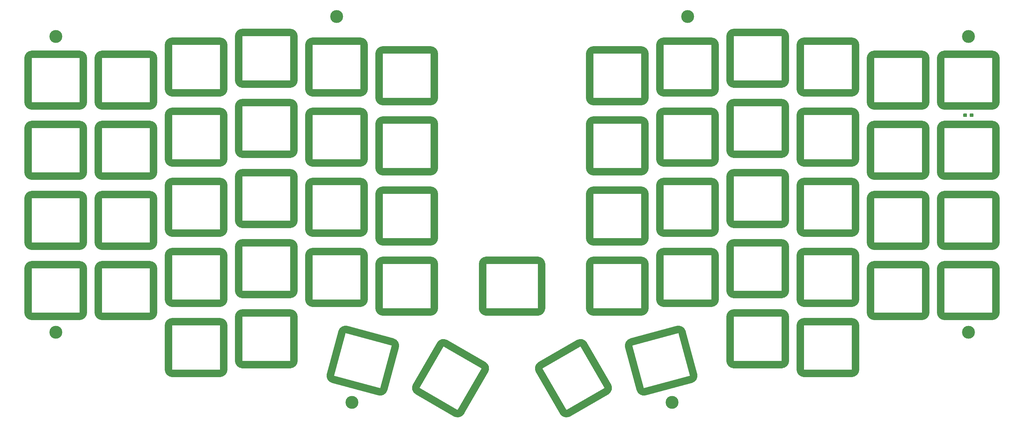
<source format=gbr>
G04 #@! TF.GenerationSoftware,KiCad,Pcbnew,(5.1.4-0)*
G04 #@! TF.CreationDate,2021-11-04T11:37:07-05:00*
G04 #@! TF.ProjectId,top_plate,746f705f-706c-4617-9465-2e6b69636164,rev?*
G04 #@! TF.SameCoordinates,Original*
G04 #@! TF.FileFunction,Soldermask,Bot*
G04 #@! TF.FilePolarity,Negative*
%FSLAX46Y46*%
G04 Gerber Fmt 4.6, Leading zero omitted, Abs format (unit mm)*
G04 Created by KiCad (PCBNEW (5.1.4-0)) date 2021-11-04 11:37:07*
%MOMM*%
%LPD*%
G04 APERTURE LIST*
%ADD10C,2.000000*%
%ADD11C,0.120000*%
%ADD12C,0.100000*%
%ADD13C,0.950000*%
%ADD14C,3.500000*%
G04 APERTURE END LIST*
D10*
X211501222Y-180579885D02*
X205001222Y-169321555D01*
X217125578Y-162321555D02*
X223625578Y-173579885D01*
X215759552Y-161955529D02*
G75*
G02X217125578Y-162321555I500000J-866026D01*
G01*
X215759552Y-161955529D02*
X205367248Y-167955529D01*
X205001222Y-169321555D02*
G75*
G02X205367248Y-167955529I866026J500000D01*
G01*
X223259552Y-174945911D02*
X212867248Y-180945911D01*
X212867248Y-180945911D02*
G75*
G02X211501222Y-180579885I-500000J866026D01*
G01*
X223625578Y-173579885D02*
G75*
G02X223259552Y-174945911I-866026J-500000D01*
G01*
X171663582Y-173579885D02*
X178163582Y-162321555D01*
X190287938Y-169321555D02*
X183787938Y-180579885D01*
X189921912Y-167955529D02*
G75*
G02X190287938Y-169321555I-500000J-866026D01*
G01*
X189921912Y-167955529D02*
X179529608Y-161955529D01*
X178163582Y-162321555D02*
G75*
G02X179529608Y-161955529I866026J-500000D01*
G01*
X182421912Y-180945911D02*
X172029608Y-174945911D01*
X172029608Y-174945911D02*
G75*
G02X171663582Y-173579885I500000J866026D01*
G01*
X183787938Y-180579885D02*
G75*
G02X182421912Y-180945911I-866026J500000D01*
G01*
X328970100Y-96487880D02*
G75*
G02X327970100Y-97487880I-1000000J0D01*
G01*
X327970100Y-97487880D02*
X314970100Y-97487880D01*
X328970100Y-84487880D02*
X328970100Y-96487880D01*
X327970100Y-83487880D02*
G75*
G02X328970100Y-84487880I0J-1000000D01*
G01*
X314970100Y-97487880D02*
G75*
G02X313970100Y-96487880I0J1000000D01*
G01*
X313970100Y-84487880D02*
G75*
G02X314970100Y-83487880I1000000J0D01*
G01*
X314970100Y-83487880D02*
X327970100Y-83487880D01*
X313970100Y-84487880D02*
X313970100Y-96487880D01*
D11*
X328770100Y-93387880D02*
X329170100Y-93387880D01*
X329270100Y-87587880D02*
X328770100Y-87587880D01*
D10*
X309920020Y-96487880D02*
G75*
G02X308920020Y-97487880I-1000000J0D01*
G01*
X308920020Y-97487880D02*
X295920020Y-97487880D01*
X309920020Y-84487880D02*
X309920020Y-96487880D01*
X308920020Y-83487880D02*
G75*
G02X309920020Y-84487880I0J-1000000D01*
G01*
X295920020Y-97487880D02*
G75*
G02X294920020Y-96487880I0J1000000D01*
G01*
X294920020Y-84487880D02*
G75*
G02X295920020Y-83487880I1000000J0D01*
G01*
X295920020Y-83487880D02*
X308920020Y-83487880D01*
X294920020Y-84487880D02*
X294920020Y-96487880D01*
D11*
X309720020Y-93387880D02*
X310120020Y-93387880D01*
X310220020Y-87587880D02*
X309720020Y-87587880D01*
D10*
X290869940Y-92915990D02*
G75*
G02X289869940Y-93915990I-1000000J0D01*
G01*
X289869940Y-93915990D02*
X276869940Y-93915990D01*
X290869940Y-80915990D02*
X290869940Y-92915990D01*
X289869940Y-79915990D02*
G75*
G02X290869940Y-80915990I0J-1000000D01*
G01*
X276869940Y-93915990D02*
G75*
G02X275869940Y-92915990I0J1000000D01*
G01*
X275869940Y-80915990D02*
G75*
G02X276869940Y-79915990I1000000J0D01*
G01*
X276869940Y-79915990D02*
X289869940Y-79915990D01*
X275869940Y-80915990D02*
X275869940Y-92915990D01*
D11*
X290669940Y-89815990D02*
X291069940Y-89815990D01*
X291169940Y-84015990D02*
X290669940Y-84015990D01*
D10*
X271819860Y-90534730D02*
G75*
G02X270819860Y-91534730I-1000000J0D01*
G01*
X270819860Y-91534730D02*
X257819860Y-91534730D01*
X271819860Y-78534730D02*
X271819860Y-90534730D01*
X270819860Y-77534730D02*
G75*
G02X271819860Y-78534730I0J-1000000D01*
G01*
X257819860Y-91534730D02*
G75*
G02X256819860Y-90534730I0J1000000D01*
G01*
X256819860Y-78534730D02*
G75*
G02X257819860Y-77534730I1000000J0D01*
G01*
X257819860Y-77534730D02*
X270819860Y-77534730D01*
X256819860Y-78534730D02*
X256819860Y-90534730D01*
D11*
X271619860Y-87434730D02*
X272019860Y-87434730D01*
X272119860Y-81634730D02*
X271619860Y-81634730D01*
D10*
X252769780Y-92915990D02*
G75*
G02X251769780Y-93915990I-1000000J0D01*
G01*
X251769780Y-93915990D02*
X238769780Y-93915990D01*
X252769780Y-80915990D02*
X252769780Y-92915990D01*
X251769780Y-79915990D02*
G75*
G02X252769780Y-80915990I0J-1000000D01*
G01*
X238769780Y-93915990D02*
G75*
G02X237769780Y-92915990I0J1000000D01*
G01*
X237769780Y-80915990D02*
G75*
G02X238769780Y-79915990I1000000J0D01*
G01*
X238769780Y-79915990D02*
X251769780Y-79915990D01*
X237769780Y-80915990D02*
X237769780Y-92915990D01*
D11*
X252569780Y-89815990D02*
X252969780Y-89815990D01*
X253069780Y-84015990D02*
X252569780Y-84015990D01*
D10*
X233719700Y-95297250D02*
G75*
G02X232719700Y-96297250I-1000000J0D01*
G01*
X232719700Y-96297250D02*
X219719700Y-96297250D01*
X233719700Y-83297250D02*
X233719700Y-95297250D01*
X232719700Y-82297250D02*
G75*
G02X233719700Y-83297250I0J-1000000D01*
G01*
X219719700Y-96297250D02*
G75*
G02X218719700Y-95297250I0J1000000D01*
G01*
X218719700Y-83297250D02*
G75*
G02X219719700Y-82297250I1000000J0D01*
G01*
X219719700Y-82297250D02*
X232719700Y-82297250D01*
X218719700Y-83297250D02*
X218719700Y-95297250D01*
D11*
X233519700Y-92197250D02*
X233919700Y-92197250D01*
X234019700Y-86397250D02*
X233519700Y-86397250D01*
D10*
X176569460Y-95297250D02*
G75*
G02X175569460Y-96297250I-1000000J0D01*
G01*
X175569460Y-96297250D02*
X162569460Y-96297250D01*
X176569460Y-83297250D02*
X176569460Y-95297250D01*
X175569460Y-82297250D02*
G75*
G02X176569460Y-83297250I0J-1000000D01*
G01*
X162569460Y-96297250D02*
G75*
G02X161569460Y-95297250I0J1000000D01*
G01*
X161569460Y-83297250D02*
G75*
G02X162569460Y-82297250I1000000J0D01*
G01*
X162569460Y-82297250D02*
X175569460Y-82297250D01*
X161569460Y-83297250D02*
X161569460Y-95297250D01*
D11*
X176369460Y-92197250D02*
X176769460Y-92197250D01*
X176869460Y-86397250D02*
X176369460Y-86397250D01*
D10*
X157519380Y-92915990D02*
G75*
G02X156519380Y-93915990I-1000000J0D01*
G01*
X156519380Y-93915990D02*
X143519380Y-93915990D01*
X157519380Y-80915990D02*
X157519380Y-92915990D01*
X156519380Y-79915990D02*
G75*
G02X157519380Y-80915990I0J-1000000D01*
G01*
X143519380Y-93915990D02*
G75*
G02X142519380Y-92915990I0J1000000D01*
G01*
X142519380Y-80915990D02*
G75*
G02X143519380Y-79915990I1000000J0D01*
G01*
X143519380Y-79915990D02*
X156519380Y-79915990D01*
X142519380Y-80915990D02*
X142519380Y-92915990D01*
D11*
X157319380Y-89815990D02*
X157719380Y-89815990D01*
X157819380Y-84015990D02*
X157319380Y-84015990D01*
D10*
X138469300Y-90534730D02*
G75*
G02X137469300Y-91534730I-1000000J0D01*
G01*
X137469300Y-91534730D02*
X124469300Y-91534730D01*
X138469300Y-78534730D02*
X138469300Y-90534730D01*
X137469300Y-77534730D02*
G75*
G02X138469300Y-78534730I0J-1000000D01*
G01*
X124469300Y-91534730D02*
G75*
G02X123469300Y-90534730I0J1000000D01*
G01*
X123469300Y-78534730D02*
G75*
G02X124469300Y-77534730I1000000J0D01*
G01*
X124469300Y-77534730D02*
X137469300Y-77534730D01*
X123469300Y-78534730D02*
X123469300Y-90534730D01*
D11*
X138269300Y-87434730D02*
X138669300Y-87434730D01*
X138769300Y-81634730D02*
X138269300Y-81634730D01*
D10*
X119419220Y-92915990D02*
G75*
G02X118419220Y-93915990I-1000000J0D01*
G01*
X118419220Y-93915990D02*
X105419220Y-93915990D01*
X119419220Y-80915990D02*
X119419220Y-92915990D01*
X118419220Y-79915990D02*
G75*
G02X119419220Y-80915990I0J-1000000D01*
G01*
X105419220Y-93915990D02*
G75*
G02X104419220Y-92915990I0J1000000D01*
G01*
X104419220Y-80915990D02*
G75*
G02X105419220Y-79915990I1000000J0D01*
G01*
X105419220Y-79915990D02*
X118419220Y-79915990D01*
X104419220Y-80915990D02*
X104419220Y-92915990D01*
D11*
X119219220Y-89815990D02*
X119619220Y-89815990D01*
X119719220Y-84015990D02*
X119219220Y-84015990D01*
D10*
X100369140Y-96487880D02*
G75*
G02X99369140Y-97487880I-1000000J0D01*
G01*
X99369140Y-97487880D02*
X86369140Y-97487880D01*
X100369140Y-84487880D02*
X100369140Y-96487880D01*
X99369140Y-83487880D02*
G75*
G02X100369140Y-84487880I0J-1000000D01*
G01*
X86369140Y-97487880D02*
G75*
G02X85369140Y-96487880I0J1000000D01*
G01*
X85369140Y-84487880D02*
G75*
G02X86369140Y-83487880I1000000J0D01*
G01*
X86369140Y-83487880D02*
X99369140Y-83487880D01*
X85369140Y-84487880D02*
X85369140Y-96487880D01*
D11*
X100169140Y-93387880D02*
X100569140Y-93387880D01*
X100669140Y-87587880D02*
X100169140Y-87587880D01*
D10*
X81319060Y-96487880D02*
G75*
G02X80319060Y-97487880I-1000000J0D01*
G01*
X80319060Y-97487880D02*
X67319060Y-97487880D01*
X81319060Y-84487880D02*
X81319060Y-96487880D01*
X80319060Y-83487880D02*
G75*
G02X81319060Y-84487880I0J-1000000D01*
G01*
X67319060Y-97487880D02*
G75*
G02X66319060Y-96487880I0J1000000D01*
G01*
X66319060Y-84487880D02*
G75*
G02X67319060Y-83487880I1000000J0D01*
G01*
X67319060Y-83487880D02*
X80319060Y-83487880D01*
X66319060Y-84487880D02*
X66319060Y-96487880D01*
D11*
X81119060Y-93387880D02*
X81519060Y-93387880D01*
X81619060Y-87587880D02*
X81119060Y-87587880D01*
D10*
X290869940Y-169116310D02*
G75*
G02X289869940Y-170116310I-1000000J0D01*
G01*
X289869940Y-170116310D02*
X276869940Y-170116310D01*
X290869940Y-157116310D02*
X290869940Y-169116310D01*
X289869940Y-156116310D02*
G75*
G02X290869940Y-157116310I0J-1000000D01*
G01*
X276869940Y-170116310D02*
G75*
G02X275869940Y-169116310I0J1000000D01*
G01*
X275869940Y-157116310D02*
G75*
G02X276869940Y-156116310I1000000J0D01*
G01*
X276869940Y-156116310D02*
X289869940Y-156116310D01*
X275869940Y-157116310D02*
X275869940Y-169116310D01*
D11*
X290669940Y-166016310D02*
X291069940Y-166016310D01*
X291169940Y-160216310D02*
X290669940Y-160216310D01*
D10*
X271819860Y-166735050D02*
G75*
G02X270819860Y-167735050I-1000000J0D01*
G01*
X270819860Y-167735050D02*
X257819860Y-167735050D01*
X271819860Y-154735050D02*
X271819860Y-166735050D01*
X270819860Y-153735050D02*
G75*
G02X271819860Y-154735050I0J-1000000D01*
G01*
X257819860Y-167735050D02*
G75*
G02X256819860Y-166735050I0J1000000D01*
G01*
X256819860Y-154735050D02*
G75*
G02X257819860Y-153735050I1000000J0D01*
G01*
X257819860Y-153735050D02*
X270819860Y-153735050D01*
X256819860Y-154735050D02*
X256819860Y-166735050D01*
D11*
X271619860Y-163635050D02*
X272019860Y-163635050D01*
X272119860Y-157835050D02*
X271619860Y-157835050D01*
D10*
X229328642Y-162833788D02*
G75*
G02X230035749Y-161609043I965926J258819D01*
G01*
X230035749Y-161609043D02*
X242592785Y-158244395D01*
X232434471Y-174424898D02*
X229328642Y-162833788D01*
X233659215Y-175132004D02*
G75*
G02X232434471Y-174424898I-258819J965925D01*
G01*
X242592785Y-158244396D02*
G75*
G02X243817529Y-158951502I258819J-965925D01*
G01*
X246923358Y-170542612D02*
G75*
G02X246216251Y-171767357I-965926J-258819D01*
G01*
X246216251Y-171767357D02*
X233659215Y-175132005D01*
X246923358Y-170542612D02*
X243817529Y-158951502D01*
D11*
X230324166Y-165776394D02*
X229937796Y-165879922D01*
X231342354Y-171508173D02*
X231825317Y-171378764D01*
D10*
X151471630Y-158951502D02*
G75*
G02X152696375Y-158244395I965926J-258819D01*
G01*
X152696375Y-158244395D02*
X165253411Y-161609043D01*
X148365802Y-170542612D02*
X151471631Y-158951502D01*
X149072909Y-171767357D02*
G75*
G02X148365802Y-170542612I258819J965926D01*
G01*
X165253411Y-161609043D02*
G75*
G02X165960518Y-162833788I-258819J-965926D01*
G01*
X162854690Y-174424898D02*
G75*
G02X161629945Y-175132005I-965926J258819D01*
G01*
X161629945Y-175132005D02*
X149072909Y-171767357D01*
X162854689Y-174424898D02*
X165960518Y-162833788D01*
D11*
X150862477Y-161997636D02*
X150476106Y-161894108D01*
X148878363Y-167470596D02*
X149361326Y-167600006D01*
D10*
X138469300Y-166735050D02*
G75*
G02X137469300Y-167735050I-1000000J0D01*
G01*
X137469300Y-167735050D02*
X124469300Y-167735050D01*
X138469300Y-154735050D02*
X138469300Y-166735050D01*
X137469300Y-153735050D02*
G75*
G02X138469300Y-154735050I0J-1000000D01*
G01*
X124469300Y-167735050D02*
G75*
G02X123469300Y-166735050I0J1000000D01*
G01*
X123469300Y-154735050D02*
G75*
G02X124469300Y-153735050I1000000J0D01*
G01*
X124469300Y-153735050D02*
X137469300Y-153735050D01*
X123469300Y-154735050D02*
X123469300Y-166735050D01*
D11*
X138269300Y-163635050D02*
X138669300Y-163635050D01*
X138769300Y-157835050D02*
X138269300Y-157835050D01*
D10*
X119419220Y-169116310D02*
G75*
G02X118419220Y-170116310I-1000000J0D01*
G01*
X118419220Y-170116310D02*
X105419220Y-170116310D01*
X119419220Y-157116310D02*
X119419220Y-169116310D01*
X118419220Y-156116310D02*
G75*
G02X119419220Y-157116310I0J-1000000D01*
G01*
X105419220Y-170116310D02*
G75*
G02X104419220Y-169116310I0J1000000D01*
G01*
X104419220Y-157116310D02*
G75*
G02X105419220Y-156116310I1000000J0D01*
G01*
X105419220Y-156116310D02*
X118419220Y-156116310D01*
X104419220Y-157116310D02*
X104419220Y-169116310D01*
D11*
X119219220Y-166016310D02*
X119619220Y-166016310D01*
X119719220Y-160216310D02*
X119219220Y-160216310D01*
D10*
X328970100Y-153638120D02*
G75*
G02X327970100Y-154638120I-1000000J0D01*
G01*
X327970100Y-154638120D02*
X314970100Y-154638120D01*
X328970100Y-141638120D02*
X328970100Y-153638120D01*
X327970100Y-140638120D02*
G75*
G02X328970100Y-141638120I0J-1000000D01*
G01*
X314970100Y-154638120D02*
G75*
G02X313970100Y-153638120I0J1000000D01*
G01*
X313970100Y-141638120D02*
G75*
G02X314970100Y-140638120I1000000J0D01*
G01*
X314970100Y-140638120D02*
X327970100Y-140638120D01*
X313970100Y-141638120D02*
X313970100Y-153638120D01*
D11*
X328770100Y-150538120D02*
X329170100Y-150538120D01*
X329270100Y-144738120D02*
X328770100Y-144738120D01*
D10*
X309920020Y-153638120D02*
G75*
G02X308920020Y-154638120I-1000000J0D01*
G01*
X308920020Y-154638120D02*
X295920020Y-154638120D01*
X309920020Y-141638120D02*
X309920020Y-153638120D01*
X308920020Y-140638120D02*
G75*
G02X309920020Y-141638120I0J-1000000D01*
G01*
X295920020Y-154638120D02*
G75*
G02X294920020Y-153638120I0J1000000D01*
G01*
X294920020Y-141638120D02*
G75*
G02X295920020Y-140638120I1000000J0D01*
G01*
X295920020Y-140638120D02*
X308920020Y-140638120D01*
X294920020Y-141638120D02*
X294920020Y-153638120D01*
D11*
X309720020Y-150538120D02*
X310120020Y-150538120D01*
X310220020Y-144738120D02*
X309720020Y-144738120D01*
D10*
X290869940Y-150066230D02*
G75*
G02X289869940Y-151066230I-1000000J0D01*
G01*
X289869940Y-151066230D02*
X276869940Y-151066230D01*
X290869940Y-138066230D02*
X290869940Y-150066230D01*
X289869940Y-137066230D02*
G75*
G02X290869940Y-138066230I0J-1000000D01*
G01*
X276869940Y-151066230D02*
G75*
G02X275869940Y-150066230I0J1000000D01*
G01*
X275869940Y-138066230D02*
G75*
G02X276869940Y-137066230I1000000J0D01*
G01*
X276869940Y-137066230D02*
X289869940Y-137066230D01*
X275869940Y-138066230D02*
X275869940Y-150066230D01*
D11*
X290669940Y-146966230D02*
X291069940Y-146966230D01*
X291169940Y-141166230D02*
X290669940Y-141166230D01*
D10*
X271819860Y-147684970D02*
G75*
G02X270819860Y-148684970I-1000000J0D01*
G01*
X270819860Y-148684970D02*
X257819860Y-148684970D01*
X271819860Y-135684970D02*
X271819860Y-147684970D01*
X270819860Y-134684970D02*
G75*
G02X271819860Y-135684970I0J-1000000D01*
G01*
X257819860Y-148684970D02*
G75*
G02X256819860Y-147684970I0J1000000D01*
G01*
X256819860Y-135684970D02*
G75*
G02X257819860Y-134684970I1000000J0D01*
G01*
X257819860Y-134684970D02*
X270819860Y-134684970D01*
X256819860Y-135684970D02*
X256819860Y-147684970D01*
D11*
X271619860Y-144584970D02*
X272019860Y-144584970D01*
X272119860Y-138784970D02*
X271619860Y-138784970D01*
D10*
X252769780Y-150066230D02*
G75*
G02X251769780Y-151066230I-1000000J0D01*
G01*
X251769780Y-151066230D02*
X238769780Y-151066230D01*
X252769780Y-138066230D02*
X252769780Y-150066230D01*
X251769780Y-137066230D02*
G75*
G02X252769780Y-138066230I0J-1000000D01*
G01*
X238769780Y-151066230D02*
G75*
G02X237769780Y-150066230I0J1000000D01*
G01*
X237769780Y-138066230D02*
G75*
G02X238769780Y-137066230I1000000J0D01*
G01*
X238769780Y-137066230D02*
X251769780Y-137066230D01*
X237769780Y-138066230D02*
X237769780Y-150066230D01*
D11*
X252569780Y-146966230D02*
X252969780Y-146966230D01*
X253069780Y-141166230D02*
X252569780Y-141166230D01*
D10*
X233719700Y-152447490D02*
G75*
G02X232719700Y-153447490I-1000000J0D01*
G01*
X232719700Y-153447490D02*
X219719700Y-153447490D01*
X233719700Y-140447490D02*
X233719700Y-152447490D01*
X232719700Y-139447490D02*
G75*
G02X233719700Y-140447490I0J-1000000D01*
G01*
X219719700Y-153447490D02*
G75*
G02X218719700Y-152447490I0J1000000D01*
G01*
X218719700Y-140447490D02*
G75*
G02X219719700Y-139447490I1000000J0D01*
G01*
X219719700Y-139447490D02*
X232719700Y-139447490D01*
X218719700Y-140447490D02*
X218719700Y-152447490D01*
D11*
X233519700Y-149347490D02*
X233919700Y-149347490D01*
X234019700Y-143547490D02*
X233519700Y-143547490D01*
D10*
X176569460Y-152447490D02*
G75*
G02X175569460Y-153447490I-1000000J0D01*
G01*
X175569460Y-153447490D02*
X162569460Y-153447490D01*
X176569460Y-140447490D02*
X176569460Y-152447490D01*
X175569460Y-139447490D02*
G75*
G02X176569460Y-140447490I0J-1000000D01*
G01*
X162569460Y-153447490D02*
G75*
G02X161569460Y-152447490I0J1000000D01*
G01*
X161569460Y-140447490D02*
G75*
G02X162569460Y-139447490I1000000J0D01*
G01*
X162569460Y-139447490D02*
X175569460Y-139447490D01*
X161569460Y-140447490D02*
X161569460Y-152447490D01*
D11*
X176369460Y-149347490D02*
X176769460Y-149347490D01*
X176869460Y-143547490D02*
X176369460Y-143547490D01*
D10*
X157519380Y-150066230D02*
G75*
G02X156519380Y-151066230I-1000000J0D01*
G01*
X156519380Y-151066230D02*
X143519380Y-151066230D01*
X157519380Y-138066230D02*
X157519380Y-150066230D01*
X156519380Y-137066230D02*
G75*
G02X157519380Y-138066230I0J-1000000D01*
G01*
X143519380Y-151066230D02*
G75*
G02X142519380Y-150066230I0J1000000D01*
G01*
X142519380Y-138066230D02*
G75*
G02X143519380Y-137066230I1000000J0D01*
G01*
X143519380Y-137066230D02*
X156519380Y-137066230D01*
X142519380Y-138066230D02*
X142519380Y-150066230D01*
D11*
X157319380Y-146966230D02*
X157719380Y-146966230D01*
X157819380Y-141166230D02*
X157319380Y-141166230D01*
D10*
X138469300Y-147684970D02*
G75*
G02X137469300Y-148684970I-1000000J0D01*
G01*
X137469300Y-148684970D02*
X124469300Y-148684970D01*
X138469300Y-135684970D02*
X138469300Y-147684970D01*
X137469300Y-134684970D02*
G75*
G02X138469300Y-135684970I0J-1000000D01*
G01*
X124469300Y-148684970D02*
G75*
G02X123469300Y-147684970I0J1000000D01*
G01*
X123469300Y-135684970D02*
G75*
G02X124469300Y-134684970I1000000J0D01*
G01*
X124469300Y-134684970D02*
X137469300Y-134684970D01*
X123469300Y-135684970D02*
X123469300Y-147684970D01*
D11*
X138269300Y-144584970D02*
X138669300Y-144584970D01*
X138769300Y-138784970D02*
X138269300Y-138784970D01*
D10*
X119419220Y-150066230D02*
G75*
G02X118419220Y-151066230I-1000000J0D01*
G01*
X118419220Y-151066230D02*
X105419220Y-151066230D01*
X119419220Y-138066230D02*
X119419220Y-150066230D01*
X118419220Y-137066230D02*
G75*
G02X119419220Y-138066230I0J-1000000D01*
G01*
X105419220Y-151066230D02*
G75*
G02X104419220Y-150066230I0J1000000D01*
G01*
X104419220Y-138066230D02*
G75*
G02X105419220Y-137066230I1000000J0D01*
G01*
X105419220Y-137066230D02*
X118419220Y-137066230D01*
X104419220Y-138066230D02*
X104419220Y-150066230D01*
D11*
X119219220Y-146966230D02*
X119619220Y-146966230D01*
X119719220Y-141166230D02*
X119219220Y-141166230D01*
D10*
X100369140Y-153638120D02*
G75*
G02X99369140Y-154638120I-1000000J0D01*
G01*
X99369140Y-154638120D02*
X86369140Y-154638120D01*
X100369140Y-141638120D02*
X100369140Y-153638120D01*
X99369140Y-140638120D02*
G75*
G02X100369140Y-141638120I0J-1000000D01*
G01*
X86369140Y-154638120D02*
G75*
G02X85369140Y-153638120I0J1000000D01*
G01*
X85369140Y-141638120D02*
G75*
G02X86369140Y-140638120I1000000J0D01*
G01*
X86369140Y-140638120D02*
X99369140Y-140638120D01*
X85369140Y-141638120D02*
X85369140Y-153638120D01*
D11*
X100169140Y-150538120D02*
X100569140Y-150538120D01*
X100669140Y-144738120D02*
X100169140Y-144738120D01*
D10*
X81319060Y-153638120D02*
G75*
G02X80319060Y-154638120I-1000000J0D01*
G01*
X80319060Y-154638120D02*
X67319060Y-154638120D01*
X81319060Y-141638120D02*
X81319060Y-153638120D01*
X80319060Y-140638120D02*
G75*
G02X81319060Y-141638120I0J-1000000D01*
G01*
X67319060Y-154638120D02*
G75*
G02X66319060Y-153638120I0J1000000D01*
G01*
X66319060Y-141638120D02*
G75*
G02X67319060Y-140638120I1000000J0D01*
G01*
X67319060Y-140638120D02*
X80319060Y-140638120D01*
X66319060Y-141638120D02*
X66319060Y-153638120D01*
D11*
X81119060Y-150538120D02*
X81519060Y-150538120D01*
X81619060Y-144738120D02*
X81119060Y-144738120D01*
D10*
X328970100Y-134588040D02*
G75*
G02X327970100Y-135588040I-1000000J0D01*
G01*
X327970100Y-135588040D02*
X314970100Y-135588040D01*
X328970100Y-122588040D02*
X328970100Y-134588040D01*
X327970100Y-121588040D02*
G75*
G02X328970100Y-122588040I0J-1000000D01*
G01*
X314970100Y-135588040D02*
G75*
G02X313970100Y-134588040I0J1000000D01*
G01*
X313970100Y-122588040D02*
G75*
G02X314970100Y-121588040I1000000J0D01*
G01*
X314970100Y-121588040D02*
X327970100Y-121588040D01*
X313970100Y-122588040D02*
X313970100Y-134588040D01*
D11*
X328770100Y-131488040D02*
X329170100Y-131488040D01*
X329270100Y-125688040D02*
X328770100Y-125688040D01*
D10*
X309920020Y-134588040D02*
G75*
G02X308920020Y-135588040I-1000000J0D01*
G01*
X308920020Y-135588040D02*
X295920020Y-135588040D01*
X309920020Y-122588040D02*
X309920020Y-134588040D01*
X308920020Y-121588040D02*
G75*
G02X309920020Y-122588040I0J-1000000D01*
G01*
X295920020Y-135588040D02*
G75*
G02X294920020Y-134588040I0J1000000D01*
G01*
X294920020Y-122588040D02*
G75*
G02X295920020Y-121588040I1000000J0D01*
G01*
X295920020Y-121588040D02*
X308920020Y-121588040D01*
X294920020Y-122588040D02*
X294920020Y-134588040D01*
D11*
X309720020Y-131488040D02*
X310120020Y-131488040D01*
X310220020Y-125688040D02*
X309720020Y-125688040D01*
D10*
X290869940Y-131016150D02*
G75*
G02X289869940Y-132016150I-1000000J0D01*
G01*
X289869940Y-132016150D02*
X276869940Y-132016150D01*
X290869940Y-119016150D02*
X290869940Y-131016150D01*
X289869940Y-118016150D02*
G75*
G02X290869940Y-119016150I0J-1000000D01*
G01*
X276869940Y-132016150D02*
G75*
G02X275869940Y-131016150I0J1000000D01*
G01*
X275869940Y-119016150D02*
G75*
G02X276869940Y-118016150I1000000J0D01*
G01*
X276869940Y-118016150D02*
X289869940Y-118016150D01*
X275869940Y-119016150D02*
X275869940Y-131016150D01*
D11*
X290669940Y-127916150D02*
X291069940Y-127916150D01*
X291169940Y-122116150D02*
X290669940Y-122116150D01*
D10*
X271819860Y-128634890D02*
G75*
G02X270819860Y-129634890I-1000000J0D01*
G01*
X270819860Y-129634890D02*
X257819860Y-129634890D01*
X271819860Y-116634890D02*
X271819860Y-128634890D01*
X270819860Y-115634890D02*
G75*
G02X271819860Y-116634890I0J-1000000D01*
G01*
X257819860Y-129634890D02*
G75*
G02X256819860Y-128634890I0J1000000D01*
G01*
X256819860Y-116634890D02*
G75*
G02X257819860Y-115634890I1000000J0D01*
G01*
X257819860Y-115634890D02*
X270819860Y-115634890D01*
X256819860Y-116634890D02*
X256819860Y-128634890D01*
D11*
X271619860Y-125534890D02*
X272019860Y-125534890D01*
X272119860Y-119734890D02*
X271619860Y-119734890D01*
D10*
X252769780Y-131016150D02*
G75*
G02X251769780Y-132016150I-1000000J0D01*
G01*
X251769780Y-132016150D02*
X238769780Y-132016150D01*
X252769780Y-119016150D02*
X252769780Y-131016150D01*
X251769780Y-118016150D02*
G75*
G02X252769780Y-119016150I0J-1000000D01*
G01*
X238769780Y-132016150D02*
G75*
G02X237769780Y-131016150I0J1000000D01*
G01*
X237769780Y-119016150D02*
G75*
G02X238769780Y-118016150I1000000J0D01*
G01*
X238769780Y-118016150D02*
X251769780Y-118016150D01*
X237769780Y-119016150D02*
X237769780Y-131016150D01*
D11*
X252569780Y-127916150D02*
X252969780Y-127916150D01*
X253069780Y-122116150D02*
X252569780Y-122116150D01*
D10*
X233719700Y-133397410D02*
G75*
G02X232719700Y-134397410I-1000000J0D01*
G01*
X232719700Y-134397410D02*
X219719700Y-134397410D01*
X233719700Y-121397410D02*
X233719700Y-133397410D01*
X232719700Y-120397410D02*
G75*
G02X233719700Y-121397410I0J-1000000D01*
G01*
X219719700Y-134397410D02*
G75*
G02X218719700Y-133397410I0J1000000D01*
G01*
X218719700Y-121397410D02*
G75*
G02X219719700Y-120397410I1000000J0D01*
G01*
X219719700Y-120397410D02*
X232719700Y-120397410D01*
X218719700Y-121397410D02*
X218719700Y-133397410D01*
D11*
X233519700Y-130297410D02*
X233919700Y-130297410D01*
X234019700Y-124497410D02*
X233519700Y-124497410D01*
D10*
X176569460Y-133397410D02*
G75*
G02X175569460Y-134397410I-1000000J0D01*
G01*
X175569460Y-134397410D02*
X162569460Y-134397410D01*
X176569460Y-121397410D02*
X176569460Y-133397410D01*
X175569460Y-120397410D02*
G75*
G02X176569460Y-121397410I0J-1000000D01*
G01*
X162569460Y-134397410D02*
G75*
G02X161569460Y-133397410I0J1000000D01*
G01*
X161569460Y-121397410D02*
G75*
G02X162569460Y-120397410I1000000J0D01*
G01*
X162569460Y-120397410D02*
X175569460Y-120397410D01*
X161569460Y-121397410D02*
X161569460Y-133397410D01*
D11*
X176369460Y-130297410D02*
X176769460Y-130297410D01*
X176869460Y-124497410D02*
X176369460Y-124497410D01*
D10*
X157519380Y-131016150D02*
G75*
G02X156519380Y-132016150I-1000000J0D01*
G01*
X156519380Y-132016150D02*
X143519380Y-132016150D01*
X157519380Y-119016150D02*
X157519380Y-131016150D01*
X156519380Y-118016150D02*
G75*
G02X157519380Y-119016150I0J-1000000D01*
G01*
X143519380Y-132016150D02*
G75*
G02X142519380Y-131016150I0J1000000D01*
G01*
X142519380Y-119016150D02*
G75*
G02X143519380Y-118016150I1000000J0D01*
G01*
X143519380Y-118016150D02*
X156519380Y-118016150D01*
X142519380Y-119016150D02*
X142519380Y-131016150D01*
D11*
X157319380Y-127916150D02*
X157719380Y-127916150D01*
X157819380Y-122116150D02*
X157319380Y-122116150D01*
D10*
X138469300Y-128634890D02*
G75*
G02X137469300Y-129634890I-1000000J0D01*
G01*
X137469300Y-129634890D02*
X124469300Y-129634890D01*
X138469300Y-116634890D02*
X138469300Y-128634890D01*
X137469300Y-115634890D02*
G75*
G02X138469300Y-116634890I0J-1000000D01*
G01*
X124469300Y-129634890D02*
G75*
G02X123469300Y-128634890I0J1000000D01*
G01*
X123469300Y-116634890D02*
G75*
G02X124469300Y-115634890I1000000J0D01*
G01*
X124469300Y-115634890D02*
X137469300Y-115634890D01*
X123469300Y-116634890D02*
X123469300Y-128634890D01*
D11*
X138269300Y-125534890D02*
X138669300Y-125534890D01*
X138769300Y-119734890D02*
X138269300Y-119734890D01*
D10*
X119419220Y-131016150D02*
G75*
G02X118419220Y-132016150I-1000000J0D01*
G01*
X118419220Y-132016150D02*
X105419220Y-132016150D01*
X119419220Y-119016150D02*
X119419220Y-131016150D01*
X118419220Y-118016150D02*
G75*
G02X119419220Y-119016150I0J-1000000D01*
G01*
X105419220Y-132016150D02*
G75*
G02X104419220Y-131016150I0J1000000D01*
G01*
X104419220Y-119016150D02*
G75*
G02X105419220Y-118016150I1000000J0D01*
G01*
X105419220Y-118016150D02*
X118419220Y-118016150D01*
X104419220Y-119016150D02*
X104419220Y-131016150D01*
D11*
X119219220Y-127916150D02*
X119619220Y-127916150D01*
X119719220Y-122116150D02*
X119219220Y-122116150D01*
D10*
X100369140Y-134588040D02*
G75*
G02X99369140Y-135588040I-1000000J0D01*
G01*
X99369140Y-135588040D02*
X86369140Y-135588040D01*
X100369140Y-122588040D02*
X100369140Y-134588040D01*
X99369140Y-121588040D02*
G75*
G02X100369140Y-122588040I0J-1000000D01*
G01*
X86369140Y-135588040D02*
G75*
G02X85369140Y-134588040I0J1000000D01*
G01*
X85369140Y-122588040D02*
G75*
G02X86369140Y-121588040I1000000J0D01*
G01*
X86369140Y-121588040D02*
X99369140Y-121588040D01*
X85369140Y-122588040D02*
X85369140Y-134588040D01*
D11*
X100169140Y-131488040D02*
X100569140Y-131488040D01*
X100669140Y-125688040D02*
X100169140Y-125688040D01*
D10*
X81319060Y-134588040D02*
G75*
G02X80319060Y-135588040I-1000000J0D01*
G01*
X80319060Y-135588040D02*
X67319060Y-135588040D01*
X81319060Y-122588040D02*
X81319060Y-134588040D01*
X80319060Y-121588040D02*
G75*
G02X81319060Y-122588040I0J-1000000D01*
G01*
X67319060Y-135588040D02*
G75*
G02X66319060Y-134588040I0J1000000D01*
G01*
X66319060Y-122588040D02*
G75*
G02X67319060Y-121588040I1000000J0D01*
G01*
X67319060Y-121588040D02*
X80319060Y-121588040D01*
X66319060Y-122588040D02*
X66319060Y-134588040D01*
D11*
X81119060Y-131488040D02*
X81519060Y-131488040D01*
X81619060Y-125688040D02*
X81119060Y-125688040D01*
D10*
X328970100Y-115537960D02*
G75*
G02X327970100Y-116537960I-1000000J0D01*
G01*
X327970100Y-116537960D02*
X314970100Y-116537960D01*
X328970100Y-103537960D02*
X328970100Y-115537960D01*
X327970100Y-102537960D02*
G75*
G02X328970100Y-103537960I0J-1000000D01*
G01*
X314970100Y-116537960D02*
G75*
G02X313970100Y-115537960I0J1000000D01*
G01*
X313970100Y-103537960D02*
G75*
G02X314970100Y-102537960I1000000J0D01*
G01*
X314970100Y-102537960D02*
X327970100Y-102537960D01*
X313970100Y-103537960D02*
X313970100Y-115537960D01*
D11*
X328770100Y-112437960D02*
X329170100Y-112437960D01*
X329270100Y-106637960D02*
X328770100Y-106637960D01*
D10*
X309920020Y-115537960D02*
G75*
G02X308920020Y-116537960I-1000000J0D01*
G01*
X308920020Y-116537960D02*
X295920020Y-116537960D01*
X309920020Y-103537960D02*
X309920020Y-115537960D01*
X308920020Y-102537960D02*
G75*
G02X309920020Y-103537960I0J-1000000D01*
G01*
X295920020Y-116537960D02*
G75*
G02X294920020Y-115537960I0J1000000D01*
G01*
X294920020Y-103537960D02*
G75*
G02X295920020Y-102537960I1000000J0D01*
G01*
X295920020Y-102537960D02*
X308920020Y-102537960D01*
X294920020Y-103537960D02*
X294920020Y-115537960D01*
D11*
X309720020Y-112437960D02*
X310120020Y-112437960D01*
X310220020Y-106637960D02*
X309720020Y-106637960D01*
D10*
X290869940Y-111966070D02*
G75*
G02X289869940Y-112966070I-1000000J0D01*
G01*
X289869940Y-112966070D02*
X276869940Y-112966070D01*
X290869940Y-99966070D02*
X290869940Y-111966070D01*
X289869940Y-98966070D02*
G75*
G02X290869940Y-99966070I0J-1000000D01*
G01*
X276869940Y-112966070D02*
G75*
G02X275869940Y-111966070I0J1000000D01*
G01*
X275869940Y-99966070D02*
G75*
G02X276869940Y-98966070I1000000J0D01*
G01*
X276869940Y-98966070D02*
X289869940Y-98966070D01*
X275869940Y-99966070D02*
X275869940Y-111966070D01*
D11*
X290669940Y-108866070D02*
X291069940Y-108866070D01*
X291169940Y-103066070D02*
X290669940Y-103066070D01*
D10*
X271819860Y-109584810D02*
G75*
G02X270819860Y-110584810I-1000000J0D01*
G01*
X270819860Y-110584810D02*
X257819860Y-110584810D01*
X271819860Y-97584810D02*
X271819860Y-109584810D01*
X270819860Y-96584810D02*
G75*
G02X271819860Y-97584810I0J-1000000D01*
G01*
X257819860Y-110584810D02*
G75*
G02X256819860Y-109584810I0J1000000D01*
G01*
X256819860Y-97584810D02*
G75*
G02X257819860Y-96584810I1000000J0D01*
G01*
X257819860Y-96584810D02*
X270819860Y-96584810D01*
X256819860Y-97584810D02*
X256819860Y-109584810D01*
D11*
X271619860Y-106484810D02*
X272019860Y-106484810D01*
X272119860Y-100684810D02*
X271619860Y-100684810D01*
D10*
X252769780Y-111966070D02*
G75*
G02X251769780Y-112966070I-1000000J0D01*
G01*
X251769780Y-112966070D02*
X238769780Y-112966070D01*
X252769780Y-99966070D02*
X252769780Y-111966070D01*
X251769780Y-98966070D02*
G75*
G02X252769780Y-99966070I0J-1000000D01*
G01*
X238769780Y-112966070D02*
G75*
G02X237769780Y-111966070I0J1000000D01*
G01*
X237769780Y-99966070D02*
G75*
G02X238769780Y-98966070I1000000J0D01*
G01*
X238769780Y-98966070D02*
X251769780Y-98966070D01*
X237769780Y-99966070D02*
X237769780Y-111966070D01*
D11*
X252569780Y-108866070D02*
X252969780Y-108866070D01*
X253069780Y-103066070D02*
X252569780Y-103066070D01*
D10*
X233719700Y-114347330D02*
G75*
G02X232719700Y-115347330I-1000000J0D01*
G01*
X232719700Y-115347330D02*
X219719700Y-115347330D01*
X233719700Y-102347330D02*
X233719700Y-114347330D01*
X232719700Y-101347330D02*
G75*
G02X233719700Y-102347330I0J-1000000D01*
G01*
X219719700Y-115347330D02*
G75*
G02X218719700Y-114347330I0J1000000D01*
G01*
X218719700Y-102347330D02*
G75*
G02X219719700Y-101347330I1000000J0D01*
G01*
X219719700Y-101347330D02*
X232719700Y-101347330D01*
X218719700Y-102347330D02*
X218719700Y-114347330D01*
D11*
X233519700Y-111247330D02*
X233919700Y-111247330D01*
X234019700Y-105447330D02*
X233519700Y-105447330D01*
D10*
X176569460Y-114347330D02*
G75*
G02X175569460Y-115347330I-1000000J0D01*
G01*
X175569460Y-115347330D02*
X162569460Y-115347330D01*
X176569460Y-102347330D02*
X176569460Y-114347330D01*
X175569460Y-101347330D02*
G75*
G02X176569460Y-102347330I0J-1000000D01*
G01*
X162569460Y-115347330D02*
G75*
G02X161569460Y-114347330I0J1000000D01*
G01*
X161569460Y-102347330D02*
G75*
G02X162569460Y-101347330I1000000J0D01*
G01*
X162569460Y-101347330D02*
X175569460Y-101347330D01*
X161569460Y-102347330D02*
X161569460Y-114347330D01*
D11*
X176369460Y-111247330D02*
X176769460Y-111247330D01*
X176869460Y-105447330D02*
X176369460Y-105447330D01*
D10*
X157519380Y-111966070D02*
G75*
G02X156519380Y-112966070I-1000000J0D01*
G01*
X156519380Y-112966070D02*
X143519380Y-112966070D01*
X157519380Y-99966070D02*
X157519380Y-111966070D01*
X156519380Y-98966070D02*
G75*
G02X157519380Y-99966070I0J-1000000D01*
G01*
X143519380Y-112966070D02*
G75*
G02X142519380Y-111966070I0J1000000D01*
G01*
X142519380Y-99966070D02*
G75*
G02X143519380Y-98966070I1000000J0D01*
G01*
X143519380Y-98966070D02*
X156519380Y-98966070D01*
X142519380Y-99966070D02*
X142519380Y-111966070D01*
D11*
X157319380Y-108866070D02*
X157719380Y-108866070D01*
X157819380Y-103066070D02*
X157319380Y-103066070D01*
D10*
X138469300Y-109584810D02*
G75*
G02X137469300Y-110584810I-1000000J0D01*
G01*
X137469300Y-110584810D02*
X124469300Y-110584810D01*
X138469300Y-97584810D02*
X138469300Y-109584810D01*
X137469300Y-96584810D02*
G75*
G02X138469300Y-97584810I0J-1000000D01*
G01*
X124469300Y-110584810D02*
G75*
G02X123469300Y-109584810I0J1000000D01*
G01*
X123469300Y-97584810D02*
G75*
G02X124469300Y-96584810I1000000J0D01*
G01*
X124469300Y-96584810D02*
X137469300Y-96584810D01*
X123469300Y-97584810D02*
X123469300Y-109584810D01*
D11*
X138269300Y-106484810D02*
X138669300Y-106484810D01*
X138769300Y-100684810D02*
X138269300Y-100684810D01*
D10*
X119419220Y-111966070D02*
G75*
G02X118419220Y-112966070I-1000000J0D01*
G01*
X118419220Y-112966070D02*
X105419220Y-112966070D01*
X119419220Y-99966070D02*
X119419220Y-111966070D01*
X118419220Y-98966070D02*
G75*
G02X119419220Y-99966070I0J-1000000D01*
G01*
X105419220Y-112966070D02*
G75*
G02X104419220Y-111966070I0J1000000D01*
G01*
X104419220Y-99966070D02*
G75*
G02X105419220Y-98966070I1000000J0D01*
G01*
X105419220Y-98966070D02*
X118419220Y-98966070D01*
X104419220Y-99966070D02*
X104419220Y-111966070D01*
D11*
X119219220Y-108866070D02*
X119619220Y-108866070D01*
X119719220Y-103066070D02*
X119219220Y-103066070D01*
D10*
X100369140Y-115537960D02*
G75*
G02X99369140Y-116537960I-1000000J0D01*
G01*
X99369140Y-116537960D02*
X86369140Y-116537960D01*
X100369140Y-103537960D02*
X100369140Y-115537960D01*
X99369140Y-102537960D02*
G75*
G02X100369140Y-103537960I0J-1000000D01*
G01*
X86369140Y-116537960D02*
G75*
G02X85369140Y-115537960I0J1000000D01*
G01*
X85369140Y-103537960D02*
G75*
G02X86369140Y-102537960I1000000J0D01*
G01*
X86369140Y-102537960D02*
X99369140Y-102537960D01*
X85369140Y-103537960D02*
X85369140Y-115537960D01*
D11*
X100169140Y-112437960D02*
X100569140Y-112437960D01*
X100669140Y-106637960D02*
X100169140Y-106637960D01*
D10*
X81319060Y-115537960D02*
G75*
G02X80319060Y-116537960I-1000000J0D01*
G01*
X80319060Y-116537960D02*
X67319060Y-116537960D01*
X81319060Y-103537960D02*
X81319060Y-115537960D01*
X80319060Y-102537960D02*
G75*
G02X81319060Y-103537960I0J-1000000D01*
G01*
X67319060Y-116537960D02*
G75*
G02X66319060Y-115537960I0J1000000D01*
G01*
X66319060Y-103537960D02*
G75*
G02X67319060Y-102537960I1000000J0D01*
G01*
X67319060Y-102537960D02*
X80319060Y-102537960D01*
X66319060Y-103537960D02*
X66319060Y-115537960D01*
D11*
X81119060Y-112437960D02*
X81519060Y-112437960D01*
X81619060Y-106637960D02*
X81119060Y-106637960D01*
D10*
X205644580Y-152447085D02*
G75*
G02X204644580Y-153447085I-1000000J0D01*
G01*
X190644580Y-153447085D02*
G75*
G02X189644580Y-152447085I0J1000000D01*
G01*
X189644580Y-140447085D02*
G75*
G02X190644580Y-139447085I1000000J0D01*
G01*
X204644580Y-139447085D02*
G75*
G02X205644580Y-140447085I0J-1000000D01*
G01*
X205644580Y-152447085D02*
X205644580Y-140447085D01*
X204644580Y-153447085D02*
X190644580Y-153447085D01*
X189644580Y-152447085D02*
X189644580Y-140447085D01*
X204644580Y-139447085D02*
X190644580Y-139447085D01*
D12*
G36*
X320906064Y-99538854D02*
G01*
X320929119Y-99542273D01*
X320951728Y-99547937D01*
X320973672Y-99555789D01*
X320994742Y-99565754D01*
X321014733Y-99577736D01*
X321033453Y-99591620D01*
X321050723Y-99607272D01*
X321066375Y-99624542D01*
X321080259Y-99643262D01*
X321092241Y-99663253D01*
X321102206Y-99684323D01*
X321110058Y-99706267D01*
X321115722Y-99728876D01*
X321119141Y-99751931D01*
X321120285Y-99775210D01*
X321120285Y-100250210D01*
X321119141Y-100273489D01*
X321115722Y-100296544D01*
X321110058Y-100319153D01*
X321102206Y-100341097D01*
X321092241Y-100362167D01*
X321080259Y-100382158D01*
X321066375Y-100400878D01*
X321050723Y-100418148D01*
X321033453Y-100433800D01*
X321014733Y-100447684D01*
X320994742Y-100459666D01*
X320973672Y-100469631D01*
X320951728Y-100477483D01*
X320929119Y-100483147D01*
X320906064Y-100486566D01*
X320882785Y-100487710D01*
X320307785Y-100487710D01*
X320284506Y-100486566D01*
X320261451Y-100483147D01*
X320238842Y-100477483D01*
X320216898Y-100469631D01*
X320195828Y-100459666D01*
X320175837Y-100447684D01*
X320157117Y-100433800D01*
X320139847Y-100418148D01*
X320124195Y-100400878D01*
X320110311Y-100382158D01*
X320098329Y-100362167D01*
X320088364Y-100341097D01*
X320080512Y-100319153D01*
X320074848Y-100296544D01*
X320071429Y-100273489D01*
X320070285Y-100250210D01*
X320070285Y-99775210D01*
X320071429Y-99751931D01*
X320074848Y-99728876D01*
X320080512Y-99706267D01*
X320088364Y-99684323D01*
X320098329Y-99663253D01*
X320110311Y-99643262D01*
X320124195Y-99624542D01*
X320139847Y-99607272D01*
X320157117Y-99591620D01*
X320175837Y-99577736D01*
X320195828Y-99565754D01*
X320216898Y-99555789D01*
X320238842Y-99547937D01*
X320261451Y-99542273D01*
X320284506Y-99538854D01*
X320307785Y-99537710D01*
X320882785Y-99537710D01*
X320906064Y-99538854D01*
X320906064Y-99538854D01*
G37*
D13*
X320595285Y-100012710D03*
D12*
G36*
X322656064Y-99538854D02*
G01*
X322679119Y-99542273D01*
X322701728Y-99547937D01*
X322723672Y-99555789D01*
X322744742Y-99565754D01*
X322764733Y-99577736D01*
X322783453Y-99591620D01*
X322800723Y-99607272D01*
X322816375Y-99624542D01*
X322830259Y-99643262D01*
X322842241Y-99663253D01*
X322852206Y-99684323D01*
X322860058Y-99706267D01*
X322865722Y-99728876D01*
X322869141Y-99751931D01*
X322870285Y-99775210D01*
X322870285Y-100250210D01*
X322869141Y-100273489D01*
X322865722Y-100296544D01*
X322860058Y-100319153D01*
X322852206Y-100341097D01*
X322842241Y-100362167D01*
X322830259Y-100382158D01*
X322816375Y-100400878D01*
X322800723Y-100418148D01*
X322783453Y-100433800D01*
X322764733Y-100447684D01*
X322744742Y-100459666D01*
X322723672Y-100469631D01*
X322701728Y-100477483D01*
X322679119Y-100483147D01*
X322656064Y-100486566D01*
X322632785Y-100487710D01*
X322057785Y-100487710D01*
X322034506Y-100486566D01*
X322011451Y-100483147D01*
X321988842Y-100477483D01*
X321966898Y-100469631D01*
X321945828Y-100459666D01*
X321925837Y-100447684D01*
X321907117Y-100433800D01*
X321889847Y-100418148D01*
X321874195Y-100400878D01*
X321860311Y-100382158D01*
X321848329Y-100362167D01*
X321838364Y-100341097D01*
X321830512Y-100319153D01*
X321824848Y-100296544D01*
X321821429Y-100273489D01*
X321820285Y-100250210D01*
X321820285Y-99775210D01*
X321821429Y-99751931D01*
X321824848Y-99728876D01*
X321830512Y-99706267D01*
X321838364Y-99684323D01*
X321848329Y-99663253D01*
X321860311Y-99643262D01*
X321874195Y-99624542D01*
X321889847Y-99607272D01*
X321907117Y-99591620D01*
X321925837Y-99577736D01*
X321945828Y-99565754D01*
X321966898Y-99555789D01*
X321988842Y-99547937D01*
X322011451Y-99542273D01*
X322034506Y-99538854D01*
X322057785Y-99537710D01*
X322632785Y-99537710D01*
X322656064Y-99538854D01*
X322656064Y-99538854D01*
G37*
D13*
X322345285Y-100012710D03*
D14*
X73819060Y-78581485D03*
X73820040Y-158948739D03*
X150019380Y-73223743D03*
X154187295Y-177998755D03*
X245269780Y-73223743D03*
X241102993Y-177998755D03*
X321470256Y-78581436D03*
X321470100Y-158948675D03*
M02*

</source>
